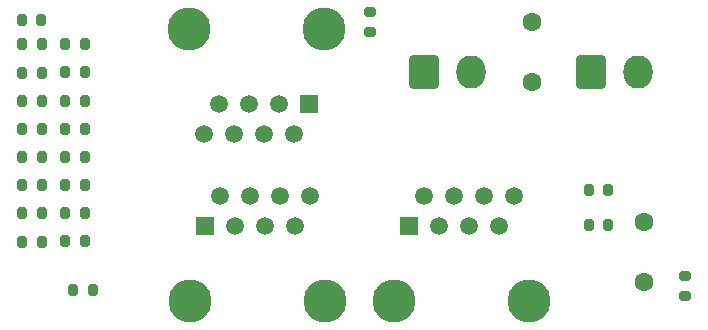
<source format=gbr>
%TF.GenerationSoftware,KiCad,Pcbnew,7.99.0-1900-g89780d353a*%
%TF.CreationDate,2023-07-25T10:26:20+03:00*%
%TF.ProjectId,KSS,4b53532e-6b69-4636-9164-5f7063625858,rev?*%
%TF.SameCoordinates,Original*%
%TF.FileFunction,Soldermask,Top*%
%TF.FilePolarity,Negative*%
%FSLAX46Y46*%
G04 Gerber Fmt 4.6, Leading zero omitted, Abs format (unit mm)*
G04 Created by KiCad (PCBNEW 7.99.0-1900-g89780d353a) date 2023-07-25 10:26:20*
%MOMM*%
%LPD*%
G01*
G04 APERTURE LIST*
G04 Aperture macros list*
%AMRoundRect*
0 Rectangle with rounded corners*
0 $1 Rounding radius*
0 $2 $3 $4 $5 $6 $7 $8 $9 X,Y pos of 4 corners*
0 Add a 4 corners polygon primitive as box body*
4,1,4,$2,$3,$4,$5,$6,$7,$8,$9,$2,$3,0*
0 Add four circle primitives for the rounded corners*
1,1,$1+$1,$2,$3*
1,1,$1+$1,$4,$5*
1,1,$1+$1,$6,$7*
1,1,$1+$1,$8,$9*
0 Add four rect primitives between the rounded corners*
20,1,$1+$1,$2,$3,$4,$5,0*
20,1,$1+$1,$4,$5,$6,$7,0*
20,1,$1+$1,$6,$7,$8,$9,0*
20,1,$1+$1,$8,$9,$2,$3,0*%
G04 Aperture macros list end*
%ADD10C,1.600000*%
%ADD11C,3.650000*%
%ADD12R,1.500000X1.500000*%
%ADD13C,1.500000*%
%ADD14RoundRect,0.200000X0.200000X0.275000X-0.200000X0.275000X-0.200000X-0.275000X0.200000X-0.275000X0*%
%ADD15RoundRect,0.200000X-0.200000X-0.275000X0.200000X-0.275000X0.200000X0.275000X-0.200000X0.275000X0*%
%ADD16RoundRect,0.200000X0.275000X-0.200000X0.275000X0.200000X-0.275000X0.200000X-0.275000X-0.200000X0*%
%ADD17RoundRect,0.200000X-0.275000X0.200000X-0.275000X-0.200000X0.275000X-0.200000X0.275000X0.200000X0*%
%ADD18RoundRect,0.250000X-0.980000X-1.150000X0.980000X-1.150000X0.980000X1.150000X-0.980000X1.150000X0*%
%ADD19O,2.460000X2.800000*%
G04 APERTURE END LIST*
D10*
%TO.C,R2*%
X138960000Y-78525000D03*
X138960000Y-83605000D03*
%TD*%
D11*
%TO.C,J3*%
X127244500Y-102100000D03*
X138674500Y-102100000D03*
D12*
X128514500Y-95750000D03*
D13*
X129784500Y-93210000D03*
X131054500Y-95750000D03*
X132324500Y-93210000D03*
X133594500Y-95750000D03*
X134864500Y-93210000D03*
X136134500Y-95750000D03*
X137404500Y-93210000D03*
%TD*%
D14*
%TO.C,P8*%
X97430000Y-97100000D03*
X95780000Y-97100000D03*
%TD*%
%TO.C,P2*%
X97430000Y-82802408D03*
X95780000Y-82802408D03*
%TD*%
%TO.C,P3*%
X97430000Y-85185340D03*
X95780000Y-85185340D03*
%TD*%
D15*
%TO.C,P10*%
X99410000Y-82782408D03*
X101060000Y-82782408D03*
%TD*%
D10*
%TO.C,R1*%
X148410000Y-95455000D03*
X148410000Y-100535000D03*
%TD*%
D15*
%TO.C,P11*%
X99410000Y-85165340D03*
X101060000Y-85165340D03*
%TD*%
D14*
%TO.C,I1*%
X97365000Y-78370000D03*
X95715000Y-78370000D03*
%TD*%
D15*
%TO.C,I2*%
X100105000Y-101210000D03*
X101755000Y-101210000D03*
%TD*%
D14*
%TO.C,P7*%
X97430000Y-94717068D03*
X95780000Y-94717068D03*
%TD*%
D15*
%TO.C,P9*%
X99410000Y-80399476D03*
X101060000Y-80399476D03*
%TD*%
%TO.C,P14*%
X99410000Y-92314136D03*
X101060000Y-92314136D03*
%TD*%
D16*
%TO.C,T1*%
X125240000Y-79335000D03*
X125240000Y-77685000D03*
%TD*%
D17*
%TO.C,T2*%
X151910000Y-100055000D03*
X151910000Y-101705000D03*
%TD*%
D14*
%TO.C,P1*%
X97430000Y-80419476D03*
X95780000Y-80419476D03*
%TD*%
D18*
%TO.C,XA1*%
X129820600Y-82779400D03*
D19*
X133780600Y-82779400D03*
%TD*%
D14*
%TO.C,P6*%
X97430000Y-92334136D03*
X95780000Y-92334136D03*
%TD*%
D11*
%TO.C,J1*%
X109972500Y-102100000D03*
X121402500Y-102100000D03*
D12*
X111242500Y-95750000D03*
D13*
X112512500Y-93210000D03*
X113782500Y-95750000D03*
X115052500Y-93210000D03*
X116322500Y-95750000D03*
X117592500Y-93210000D03*
X118862500Y-95750000D03*
X120132500Y-93210000D03*
%TD*%
D11*
%TO.C,J2*%
X121294500Y-79088600D03*
X109864500Y-79088600D03*
D12*
X120024500Y-85438600D03*
D13*
X118754500Y-87978600D03*
X117484500Y-85438600D03*
X116214500Y-87978600D03*
X114944500Y-85438600D03*
X113674500Y-87978600D03*
X112404500Y-85438600D03*
X111134500Y-87978600D03*
%TD*%
D18*
%TO.C,XA2*%
X143967200Y-82754000D03*
D19*
X147927200Y-82754000D03*
%TD*%
D14*
%TO.C,P4*%
X97430000Y-87568272D03*
X95780000Y-87568272D03*
%TD*%
D15*
%TO.C,P16*%
X99410000Y-97080000D03*
X101060000Y-97080000D03*
%TD*%
%TO.C,P15*%
X99410000Y-94697068D03*
X101060000Y-94697068D03*
%TD*%
D14*
%TO.C,P5*%
X97430000Y-89951204D03*
X95780000Y-89951204D03*
%TD*%
D15*
%TO.C,G2*%
X143715000Y-95710000D03*
X145365000Y-95710000D03*
%TD*%
%TO.C,P13*%
X99410000Y-89931204D03*
X101060000Y-89931204D03*
%TD*%
%TO.C,P12*%
X99410000Y-87548272D03*
X101060000Y-87548272D03*
%TD*%
%TO.C,G1*%
X143715000Y-92760000D03*
X145365000Y-92760000D03*
%TD*%
M02*

</source>
